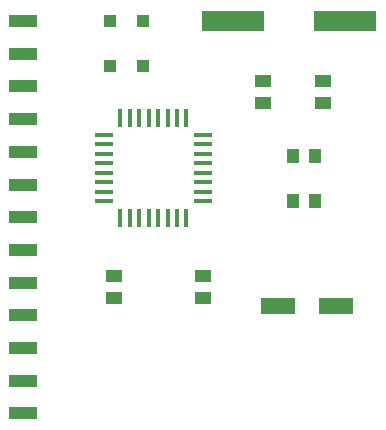
<source format=gbr>
G04 DipTrace 3.0.0.0*
G04 TopPaste.gbr*
%MOMM*%
G04 #@! TF.FileFunction,Paste,Top*
G04 #@! TF.Part,Single*
%AMOUTLINE2*
4,1,4,
0.75,0.15,
0.75,-0.15,
-0.75,-0.15,
-0.75,0.15,
0.75,0.15,
0*%
%AMOUTLINE5*
4,1,4,
0.15,-0.75,
-0.15,-0.75,
-0.15,0.75,
0.15,0.75,
0.15,-0.75,
0*%
%AMOUTLINE8*
4,1,4,
-0.65,0.55,
0.65,0.55,
0.65,-0.55,
-0.65,-0.55,
-0.65,0.55,
0*%
%AMOUTLINE11*5,1,4,0,0,1.41421,-45.0*%
%AMOUTLINE20*
4,1,4,
0.65,-0.55,
-0.65,-0.55,
-0.65,0.55,
0.65,0.55,
0.65,-0.55,
0*%
%ADD40R,5.3X1.8*%
%ADD42R,1.1X1.3*%
%ADD50R,2.34X1.07*%
%ADD58R,2.95X1.4*%
%ADD64OUTLINE2*%
%ADD67OUTLINE5*%
%ADD70OUTLINE8*%
%ADD73OUTLINE11*%
%ADD82OUTLINE20*%
%FSLAX35Y35*%
G04*
G71*
G90*
G75*
G01*
G04 TopPaste*
%LPD*%
D64*
X2778000Y3159000D3*
Y3239000D3*
Y3319000D3*
Y3399000D3*
Y3479000D3*
Y3559000D3*
Y3639000D3*
Y3719000D3*
D67*
X2638000Y3859000D3*
X2558000D3*
X2478000D3*
X2398000D3*
X2318000D3*
X2238000D3*
X2158000D3*
X2078000D3*
D64*
X1938000Y3719000D3*
Y3639000D3*
Y3559000D3*
Y3479000D3*
Y3399000D3*
Y3319000D3*
Y3239000D3*
Y3159000D3*
D67*
X2078000Y3019000D3*
X2158000D3*
X2238000D3*
X2318000D3*
X2398000D3*
X2478000D3*
X2558000D3*
X2638000D3*
D58*
X3413000Y2270000D3*
X3903000D3*
D70*
X3286000Y4175000D3*
Y3985000D3*
X3794000Y4175000D3*
Y3985000D3*
D73*
X2270000Y4683000D3*
X1990000D3*
X2270000Y4302000D3*
X1990000D3*
D50*
X1254000Y4683020D3*
Y4406160D3*
Y4129300D3*
Y3852440D3*
Y3575580D3*
Y3298720D3*
Y3021860D3*
Y2745000D3*
Y2468140D3*
Y2191280D3*
Y1914420D3*
Y1637560D3*
Y1360700D3*
D42*
X3540000Y3540000D3*
X3730000D3*
X3540000Y3159000D3*
X3730000D3*
D70*
X2778000Y2524000D3*
Y2334000D3*
D82*
X2021800Y2334300D3*
Y2524300D3*
D40*
X3032000Y4683000D3*
X3982000D3*
M02*

</source>
